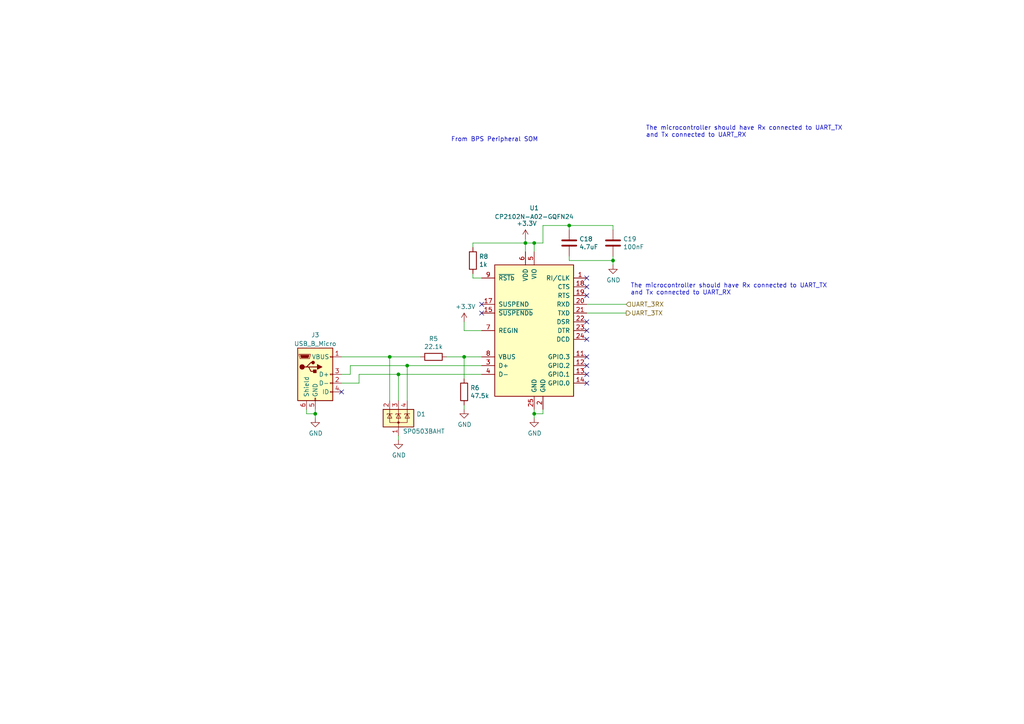
<source format=kicad_sch>
(kicad_sch (version 20230121) (generator eeschema)
  (paper "A4")
  (lib_symbols
    (symbol "Dash2-rescue:SP0503BAHT-Power_Protection" (pin_names hide)
      (property "Reference" "D" (at 5.715 2.54 0))
      (property "Value" "SP0503BAHT-Power_Protection" (at 5.715 0.635 0))
      (symbol "SP0503BAHT-Power_Protection_0_0"
        (pin passive line (at 0 -5.08 90) (length 2.54) (name "A") (number "1"))
      )
      (symbol "SP0503BAHT-Power_Protection_0_1"
        (rectangle (start -4.445 2.54) (end 4.445 -2.54) (stroke (width 0.254)) (fill (type background)))
        (circle (center 0 -1.27) (radius 0.254) (fill (type outline)))
        (polyline (pts (xy -2.54 2.54) (xy -2.54 1.27)))
        (polyline (pts (xy 0 -1.27) (xy 0 -2.54)))
        (polyline (pts (xy 0 -1.27) (xy 0 1.27)))
        (polyline (pts (xy 0 2.54) (xy 0 1.27)))
        (polyline (pts (xy 0.635 1.27) (xy 0.762 1.27)))
        (polyline (pts (xy 2.54 2.54) (xy 2.54 1.27)))
        (polyline (pts (xy 0.635 1.27) (xy -0.762 1.27) (xy -0.762 1.016)))
        (polyline (pts (xy -3.302 1.016) (xy -3.302 1.27) (xy -1.905 1.27) (xy -1.778 1.27)))
        (polyline (pts (xy -2.54 1.27) (xy -2.54 -1.27) (xy 2.54 -1.27) (xy 2.54 1.27)))
        (polyline (pts (xy -2.54 1.27) (xy -1.905 0) (xy -3.175 0) (xy -2.54 1.27)))
        (polyline (pts (xy 0.635 0) (xy -0.635 0) (xy 0 1.27) (xy 0.635 0)))
        (polyline (pts (xy 1.778 1.016) (xy 1.778 1.27) (xy 3.175 1.27) (xy 3.302 1.27)))
        (polyline (pts (xy 2.54 1.27) (xy 1.905 0) (xy 3.175 0) (xy 2.54 1.27)))
      )
      (symbol "SP0503BAHT-Power_Protection_1_1"
        (pin passive line (at -2.54 5.08 270) (length 2.54) (name "K") (number "2"))
        (pin passive line (at 0 5.08 270) (length 2.54) (name "K") (number "3"))
        (pin passive line (at 2.54 5.08 270) (length 2.54) (name "K") (number "4"))
      )
    )
    (symbol "Dashboard-rescue:USB_B_Micro-Connector" (pin_names (offset 1.016))
      (property "Reference" "J" (at -5.08 11.43 0))
      (property "Value" "USB_B_Micro-Connector" (at -5.08 8.89 0))
      (symbol "USB_B_Micro-Connector_0_1"
        (rectangle (start -5.08 -7.62) (end 5.08 7.62) (stroke (width 0.254)) (fill (type background)))
        (circle (center -3.81 2.159) (radius 0.635) (stroke (width 0.254)) (fill (type outline)))
        (circle (center -0.635 3.429) (radius 0.381) (stroke (width 0.254)) (fill (type outline)))
        (rectangle (start -0.127 -7.62) (end 0.127 -6.858))
        (polyline (pts (xy -1.905 2.159) (xy 0.635 2.159)) (stroke (width 0.254)))
        (polyline (pts (xy -3.175 2.159) (xy -2.54 2.159) (xy -1.27 3.429) (xy -0.635 3.429)) (stroke (width 0.254)))
        (polyline (pts (xy -2.54 2.159) (xy -1.905 2.159) (xy -1.27 0.889) (xy 0 0.889)) (stroke (width 0.254)))
        (polyline (pts (xy 0.635 2.794) (xy 0.635 1.524) (xy 1.905 2.159) (xy 0.635 2.794)) (stroke (width 0.254)) (fill (type outline)))
        (polyline (pts (xy -4.318 5.588) (xy -1.778 5.588) (xy -2.032 4.826) (xy -4.064 4.826) (xy -4.318 5.588)) (fill (type outline)))
        (polyline (pts (xy -4.699 5.842) (xy -4.699 5.588) (xy -4.445 4.826) (xy -4.445 4.572) (xy -1.651 4.572) (xy -1.651 4.826) (xy -1.397 5.588) (xy -1.397 5.842) (xy -4.699 5.842)))
        (rectangle (start 0.254 1.27) (end -0.508 0.508) (stroke (width 0.254)) (fill (type outline)))
        (rectangle (start 5.08 -5.207) (end 4.318 -4.953))
        (rectangle (start 5.08 -2.667) (end 4.318 -2.413))
        (rectangle (start 5.08 -0.127) (end 4.318 0.127))
        (rectangle (start 5.08 4.953) (end 4.318 5.207))
      )
      (symbol "USB_B_Micro-Connector_1_1"
        (pin power_out line (at 7.62 5.08 180) (length 2.54) (name "VBUS") (number "1"))
        (pin passive line (at 7.62 -2.54 180) (length 2.54) (name "D-") (number "2"))
        (pin passive line (at 7.62 0 180) (length 2.54) (name "D+") (number "3"))
        (pin passive line (at 7.62 -5.08 180) (length 2.54) (name "ID") (number "4"))
        (pin power_out line (at 0 -10.16 90) (length 2.54) (name "GND") (number "5"))
        (pin passive line (at -2.54 -10.16 90) (length 2.54) (name "Shield") (number "6"))
      )
    )
    (symbol "Device:C" (pin_numbers hide) (pin_names (offset 0.254))
      (property "Reference" "C" (at 0.635 2.54 0))
      (property "Value" "C" (at 0.635 -2.54 0))
      (symbol "C_0_1"
        (polyline (pts (xy -2.032 -0.762) (xy 2.032 -0.762)) (stroke (width 0.508)))
        (polyline (pts (xy -2.032 0.762) (xy 2.032 0.762)) (stroke (width 0.508)))
      )
      (symbol "C_1_1"
        (pin passive line (at 0 3.81 270) (length 2.794) (name "~") (number "1"))
        (pin passive line (at 0 -3.81 90) (length 2.794) (name "~") (number "2"))
      )
    )
    (symbol "Device:R" (pin_numbers hide) (pin_names (offset 0))
      (property "Reference" "R" (at 2.032 0 90))
      (property "Value" "R" (at 0 0 90))
      (symbol "R_0_1"
        (rectangle (start -1.016 -2.54) (end 1.016 2.54) (stroke (width 0.254)))
      )
      (symbol "R_1_1"
        (pin passive line (at 0 3.81 270) (length 1.27) (name "~") (number "1"))
        (pin passive line (at 0 -3.81 90) (length 1.27) (name "~") (number "2"))
      )
    )
    (symbol "Interface_USB:CP2102N-A01-GQFN24" (pin_names (offset 1.016))
      (property "Reference" "U" (at -5.08 22.225 0))
      (property "Value" "Interface_USB_CP2102N-A01-GQFN24" (at -5.08 20.32 0))
      (symbol "CP2102N-A01-GQFN24_0_1"
        (rectangle (start -11.43 19.05) (end 11.43 -19.05) (stroke (width 0.254)) (fill (type background)))
      )
      (symbol "CP2102N-A01-GQFN24_1_1"
        (pin bidirectional line (at 15.24 15.24 180) (length 3.81) (name "RI/CLK") (number "1"))
        (pin no_connect line (at 10.16 -22.86 90) (length 3.81) hide (name "NC") (number "10"))
        (pin bidirectional line (at 15.24 -7.62 180) (length 3.81) (name "GPIO.3") (number "11"))
        (pin bidirectional line (at 15.24 -10.16 180) (length 3.81) (name "GPIO.2") (number "12"))
        (pin bidirectional line (at 15.24 -12.7 180) (length 3.81) (name "GPIO.1") (number "13"))
        (pin bidirectional line (at 15.24 -15.24 180) (length 3.81) (name "GPIO.0") (number "14"))
        (pin output line (at -15.24 5.08 0) (length 3.81) (name "~{SUSPENDb}") (number "15"))
        (pin no_connect line (at 7.62 -22.86 90) (length 3.81) hide (name "NC") (number "16"))
        (pin output line (at -15.24 7.62 0) (length 3.81) (name "SUSPEND") (number "17"))
        (pin input line (at 15.24 12.7 180) (length 3.81) (name "CTS") (number "18"))
        (pin output line (at 15.24 10.16 180) (length 3.81) (name "RTS") (number "19"))
        (pin power_in line (at 2.54 -22.86 90) (length 3.81) (name "GND") (number "2"))
        (pin input line (at 15.24 7.62 180) (length 3.81) (name "RXD") (number "20"))
        (pin output line (at 15.24 5.08 180) (length 3.81) (name "TXD") (number "21"))
        (pin input line (at 15.24 2.54 180) (length 3.81) (name "DSR") (number "22"))
        (pin output line (at 15.24 0 180) (length 3.81) (name "DTR") (number "23"))
        (pin input line (at 15.24 -2.54 180) (length 3.81) (name "DCD") (number "24"))
        (pin power_in line (at 0 -22.86 90) (length 3.81) (name "GND") (number "25"))
        (pin bidirectional line (at -15.24 -10.16 0) (length 3.81) (name "D+") (number "3"))
        (pin bidirectional line (at -15.24 -12.7 0) (length 3.81) (name "D-") (number "4"))
        (pin power_in line (at 0 22.86 270) (length 3.81) (name "VIO") (number "5"))
        (pin power_in line (at -2.54 22.86 270) (length 3.81) (name "VDD") (number "6"))
        (pin power_in line (at -15.24 0 0) (length 3.81) (name "REGIN") (number "7"))
        (pin input line (at -15.24 -7.62 0) (length 3.81) (name "VBUS") (number "8"))
        (pin input line (at -15.24 15.24 0) (length 3.81) (name "~{RSTb}") (number "9"))
      )
    )
    (symbol "power:+3.3V" (power) (pin_names (offset 0))
      (property "Value" "+3.3V" (at 0 3.556 0))
      (symbol "+3.3V_0_1"
        (polyline (pts (xy -0.762 1.27) (xy 0 2.54)))
        (polyline (pts (xy 0 0) (xy 0 2.54)))
        (polyline (pts (xy 0 2.54) (xy 0.762 1.27)))
      )
      (symbol "+3.3V_1_1"
        (pin power_in line (at 0 0 90) (length 0) hide (name "+3.3V") (number "1"))
      )
    )
    (symbol "power:GND" (power) (pin_names (offset 0))
      (property "Value" "GND" (at 0 -3.81 0))
      (symbol "GND_0_1"
        (polyline (pts (xy 0 0) (xy 0 -1.27) (xy 1.27 -1.27) (xy 0 -2.54) (xy -1.27 -1.27) (xy 0 -1.27)))
      )
      (symbol "GND_1_1"
        (pin power_in line (at 0 0 270) (length 0) hide (name "GND") (number "1"))
      )
    )
  )
  (junction (at 154.94 120.015))
  (junction (at 115.57 108.585))
  (junction (at 113.03 103.505))
  (junction (at 134.62 103.505))
  (junction (at 118.11 106.045))
  (junction (at 152.4 70.485))
  (junction (at 91.44 120.015))
  (junction (at 154.94 70.485))
  (junction (at 165.1 65.405))
  (junction (at 177.8 75.565))
  (no_connect (at 170.18 108.585))
  (no_connect (at 170.18 85.725))
  (no_connect (at 170.18 103.505))
  (no_connect (at 170.18 93.345))
  (no_connect (at 170.18 83.185))
  (no_connect (at 170.18 80.645))
  (no_connect (at 139.7 90.805))
  (no_connect (at 170.18 98.425))
  (no_connect (at 139.7 88.265))
  (no_connect (at 170.18 106.045))
  (no_connect (at 99.06 113.665))
  (no_connect (at 170.18 95.885))
  (no_connect (at 170.18 111.125))
  (wire (pts (xy 88.9 118.745) (xy 88.9 120.015)))
  (wire (pts (xy 134.62 103.505) (xy 139.7 103.505)))
  (wire (pts (xy 154.94 70.485) (xy 154.94 73.025)))
  (wire (pts (xy 154.94 120.015) (xy 154.94 121.285)))
  (wire (pts (xy 154.94 118.745) (xy 154.94 120.015)))
  (wire (pts (xy 154.94 120.015) (xy 157.48 120.015)))
  (wire (pts (xy 152.4 70.485) (xy 154.94 70.485)))
  (wire (pts (xy 177.8 76.835) (xy 177.8 75.565)))
  (wire (pts (xy 101.6 108.585) (xy 99.06 108.585)))
  (wire (pts (xy 104.14 111.125) (xy 104.14 108.585)))
  (wire (pts (xy 134.62 95.885) (xy 139.7 95.885)))
  (wire (pts (xy 91.44 120.015) (xy 91.44 118.745)))
  (wire (pts (xy 165.1 65.405) (xy 157.48 65.405)))
  (wire (pts (xy 134.62 93.345) (xy 134.62 95.885)))
  (wire (pts (xy 121.92 103.505) (xy 113.03 103.505)))
  (wire (pts (xy 134.62 109.855) (xy 134.62 103.505)))
  (wire (pts (xy 165.1 75.565) (xy 165.1 74.295)))
  (wire (pts (xy 115.57 108.585) (xy 139.7 108.585)))
  (wire (pts (xy 170.18 90.805) (xy 181.61 90.805)))
  (wire (pts (xy 157.48 120.015) (xy 157.48 118.745)))
  (wire (pts (xy 104.14 108.585) (xy 115.57 108.585)))
  (wire (pts (xy 137.16 79.375) (xy 137.16 80.645)))
  (wire (pts (xy 157.48 70.485) (xy 154.94 70.485)))
  (wire (pts (xy 99.06 103.505) (xy 113.03 103.505)))
  (wire (pts (xy 113.03 116.205) (xy 113.03 103.505)))
  (wire (pts (xy 101.6 106.045) (xy 118.11 106.045)))
  (wire (pts (xy 152.4 70.485) (xy 152.4 73.025)))
  (wire (pts (xy 177.8 75.565) (xy 177.8 74.295)))
  (wire (pts (xy 170.18 88.265) (xy 181.61 88.265)))
  (wire (pts (xy 157.48 65.405) (xy 157.48 70.485)))
  (wire (pts (xy 165.1 75.565) (xy 177.8 75.565)))
  (wire (pts (xy 129.54 103.505) (xy 134.62 103.505)))
  (wire (pts (xy 115.57 116.205) (xy 115.57 108.585)))
  (wire (pts (xy 91.44 120.015) (xy 91.44 121.285)))
  (wire (pts (xy 88.9 120.015) (xy 91.44 120.015)))
  (wire (pts (xy 118.11 116.205) (xy 118.11 106.045)))
  (wire (pts (xy 99.06 111.125) (xy 104.14 111.125)))
  (wire (pts (xy 115.57 127.635) (xy 115.57 126.365)))
  (wire (pts (xy 137.16 70.485) (xy 152.4 70.485)))
  (wire (pts (xy 118.11 106.045) (xy 139.7 106.045)))
  (wire (pts (xy 101.6 106.045) (xy 101.6 108.585)))
  (wire (pts (xy 137.16 80.645) (xy 139.7 80.645)))
  (wire (pts (xy 152.4 69.215) (xy 152.4 70.485)))
  (wire (pts (xy 177.8 66.675) (xy 177.8 65.405)))
  (wire (pts (xy 177.8 65.405) (xy 165.1 65.405)))
  (wire (pts (xy 134.62 118.745) (xy 134.62 117.475)))
  (wire (pts (xy 165.1 66.675) (xy 165.1 65.405)))
  (wire (pts (xy 137.16 70.485) (xy 137.16 71.755)))
  (text "From BPS Peripheral SOM\n" (at 130.81 41.275 0) (effects (font (size 1.27 1.27)) (justify left bottom)))
  (text "The microcontroller should have Rx connected to UART_TX\nand Tx connected to UART_RX" (at 187.325 40.005 0) (effects (font (size 1.27 1.27)) (justify left bottom)))
  (text "The microcontroller should have Rx connected to UART_TX\nand Tx connected to UART_RX" (at 182.88 85.725 0) (effects (font (size 1.27 1.27)) (justify left bottom)))
  (hierarchical_label "UART_3TX" (shape output) (at 181.61 90.805 0))
  (hierarchical_label "UART_3RX" (shape input) (at 181.61 88.265 0))
  (symbol (lib_id "power:GND") (at 91.44 121.285 0) (unit 1)
    (property "Reference" "#PWR011" (effects hide))
    (property "Value" "GND" (at 91.567 125.6792 0))
    (instances (project "LeaderSOM" (path "" (reference "#PWR011") (unit 1))) (project "Dashboard" (path "" (reference "#PWR0101") (unit 1))) (project "BPS-PeripheralSOM" (path "" (reference "#PWR04") (unit 1))))
  )
  (symbol (lib_id "Dashboard-rescue:USB_B_Micro-Connector") (at 91.44 108.585 0) (unit 1)
    (property "Reference" "J3" (at 91.44 97.155 0))
    (property "Value" "USB_B_Micro" (at 91.44 99.695 0))
    (property "Footprint" "Connector_USB:USB_Micro-B_Molex-105017-0001" (effects hide))
    (property "Datasheet" "https://www.mouser.com/datasheet/2/276/1/1050170001_IO_CONNECTORS-230168.pdf" (effects hide))
    (property "P/N" "105017-1001" (effects hide))
    (property "Mouser Part Number" " 538-105017-1001 " (effects hide))
    (instances (project "LeaderSOM" (path "" (reference "J3") (unit 1))) (project "Dashboard" (path "" (reference "J23") (unit 1))) (project "BPS-PeripheralSOM" (path "" (reference "J3") (unit 1))))
  )
  (symbol (lib_id "Device:C") (at 177.8 70.485 0) (unit 1)
    (property "Reference" "C19" (at 180.721 69.3166 0) (effects (justify left)))
    (property "Value" "100nF" (at 180.721 71.628 0) (effects (justify left)))
    (property "Footprint" "Capacitor_SMD:C_0805_2012Metric" (effects hide))
    (property "Datasheet" "https://www.mouser.com/datasheet/2/212/KEM_C1002_X7R_SMD-1102033.pdf" (effects hide))
    (property "Mouser Part Number" "80-C0805C104M5R" (effects hide))
    (property "P/N" "C0805C104M5RACTU" (effects hide))
    (instances (project "LeaderSOM" (path "" (reference "C19") (unit 1))) (project "Dashboard" (path "" (reference "C42") (unit 1))) (project "BPS-PeripheralSOM" (path "" (reference "C10") (unit 1))))
  )
  (symbol (lib_id "Device:R") (at 134.62 113.665 0) (unit 1)
    (property "Reference" "R6" (at 136.398 112.4966 0) (effects (justify left)))
    (property "Value" "47.5k" (at 136.398 114.808 0) (effects (justify left)))
    (property "Footprint" "Resistor_SMD:R_0805_2012Metric" (effects hide))
    (property "Datasheet" "https://www.vishay.com/docs/20035/dcrcwe3.pdf" (effects hide))
    (property "Mouser Part Number" "71-CRCW0805-47.5K-E3" (effects hide))
    (property "P/N" "CRCW080547K5FKEA" (effects hide))
    (instances (project "LeaderSOM" (path "" (reference "R6") (unit 1))) (project "Dashboard" (path "" (reference "R37") (unit 1))) (project "BPS-PeripheralSOM" (path "" (reference "R4") (unit 1))))
  )
  (symbol (lib_id "Device:R") (at 137.16 75.565 0) (unit 1)
    (property "Reference" "R8" (at 138.938 74.3966 0) (effects (justify left)))
    (property "Value" "1k" (at 138.938 76.708 0) (effects (justify left)))
    (property "Footprint" "Resistor_SMD:R_0805_2012Metric" (effects hide))
    (property "Datasheet" "https://www.vishay.com/docs/28773/crcwce3.pdf" (effects hide))
    (property "Mouser Part Number" "71-CRCW08051K00FKEAC" (effects hide))
    (property "P/N" "CRCW08051K00FKEAC" (effects hide))
    (instances (project "LeaderSOM" (path "" (reference "R8") (unit 1))) (project "Dashboard" (path "" (reference "R38") (unit 1))) (project "BPS-PeripheralSOM" (path "" (reference "R5") (unit 1))))
  )
  (symbol (lib_id "power:+3.3V") (at 152.4 69.215 0) (unit 1)
    (property "Reference" "#PWR030" (effects hide))
    (property "Value" "+3.3V" (at 152.781 64.8208 0))
    (instances (project "LeaderSOM" (path "" (reference "#PWR030") (unit 1))) (project "Dashboard" (path "" (reference "#PWR0105") (unit 1))) (project "BPS-PeripheralSOM" (path "" (reference "#PWR08") (unit 1))))
  )
  (symbol (lib_id "power:GND") (at 177.8 76.835 0) (unit 1)
    (property "Reference" "#PWR032" (effects hide))
    (property "Value" "GND" (at 177.927 81.2292 0))
    (instances (project "LeaderSOM" (path "" (reference "#PWR032") (unit 1))) (project "Dashboard" (path "" (reference "#PWR0107") (unit 1))) (project "BPS-PeripheralSOM" (path "" (reference "#PWR010") (unit 1))))
  )
  (symbol (lib_id "Device:R") (at 125.73 103.505 270) (unit 1)
    (property "Reference" "R5" (at 125.73 98.2472 90))
    (property "Value" "22.1k" (at 125.73 100.5586 90))
    (property "Footprint" "Resistor_SMD:R_0805_2012Metric" (effects hide))
    (property "Datasheet" "https://www.vishay.com/docs/20035/dcrcwe3.pdf" (effects hide))
    (property "Mouser Part Number" "71-CRCW0805-22.1K-E3" (effects hide))
    (property "P/N" "CRCW080522K1FKEA" (effects hide))
    (instances (project "LeaderSOM" (path "" (reference "R5") (unit 1))) (project "Dashboard" (path "" (reference "R36") (unit 1))) (project "BPS-PeripheralSOM" (path "" (reference "R3") (unit 1))))
  )
  (symbol (lib_id "power:GND") (at 154.94 121.285 0) (unit 1)
    (property "Reference" "#PWR031" (effects hide))
    (property "Value" "GND" (at 155.067 125.6792 0))
    (instances (project "LeaderSOM" (path "" (reference "#PWR031") (unit 1))) (project "Dashboard" (path "" (reference "#PWR0106") (unit 1))) (project "BPS-PeripheralSOM" (path "" (reference "#PWR09") (unit 1))))
  )
  (symbol (lib_id "Device:C") (at 165.1 70.485 0) (unit 1)
    (property "Reference" "C18" (at 168.021 69.3166 0) (effects (justify left)))
    (property "Value" "4.7uF" (at 168.021 71.628 0) (effects (justify left)))
    (property "Footprint" "Capacitor_SMD:C_0805_2012Metric" (effects hide))
    (property "Datasheet" "https://www.mouser.com/ProductDetail/Murata-Electronics/GRM219R6YA475KA73D?qs=eeBpzGFlv%252B%252Bho6epIC%2FPCA%3D%3D" (effects hide))
    (property "Mouser Part Number" "81-GRM219R6YA475KA3D" (effects hide))
    (property "P/N" "GRM219R6YA475KA73D" (effects hide))
    (instances (project "LeaderSOM" (path "" (reference "C18") (unit 1))) (project "Dashboard" (path "" (reference "C41") (unit 1))) (project "BPS-PeripheralSOM" (path "" (reference "C9") (unit 1))))
  )
  (symbol (lib_id "Dash2-rescue:SP0503BAHT-Power_Protection") (at 115.57 121.285 0) (unit 1)
    (property "Reference" "D1" (at 120.777 120.1166 0) (effects (justify left)))
    (property "Value" "SP0503BAHT" (at 116.84 125.095 0) (effects (justify left)))
    (property "Footprint" "Package_TO_SOT_SMD:SOT-143" (effects hide))
    (property "Datasheet" "http://www.littelfuse.com/~/media/files/littelfuse/technical%20resources/documents/data%20sheets/sp05xxba.pdf" (effects hide))
    (property "Mouser Part Number" "576-SP0503BAHTG " (effects hide))
    (property "P/N" "SP0503BAHTG" (effects hide))
    (instances (project "LeaderSOM" (path "" (reference "D1") (unit 1))) (project "Dashboard" (path "" (reference "D15") (unit 1))) (project "BPS-PeripheralSOM" (path "" (reference "D1") (unit 1))))
  )
  (symbol (lib_id "power:+3.3V") (at 134.62 93.345 0) (unit 1)
    (property "Reference" "#PWR014" (effects hide))
    (property "Value" "+3.3V" (at 135.001 88.9508 0))
    (instances (project "LeaderSOM" (path "" (reference "#PWR014") (unit 1))) (project "Dashboard" (path "" (reference "#PWR0103") (unit 1))) (project "BPS-PeripheralSOM" (path "" (reference "#PWR06") (unit 1))))
  )
  (symbol (lib_id "power:GND") (at 115.57 127.635 0) (unit 1)
    (property "Reference" "#PWR012" (effects hide))
    (property "Value" "GND" (at 115.697 132.0292 0))
    (instances (project "LeaderSOM" (path "" (reference "#PWR012") (unit 1))) (project "Dashboard" (path "" (reference "#PWR0102") (unit 1))) (project "BPS-PeripheralSOM" (path "" (reference "#PWR05") (unit 1))))
  )
  (symbol (lib_id "power:GND") (at 134.62 118.745 0) (unit 1)
    (property "Reference" "#PWR029" (effects hide))
    (property "Value" "GND" (at 134.747 123.1392 0))
    (instances (project "LeaderSOM" (path "" (reference "#PWR029") (unit 1))) (project "Dashboard" (path "" (reference "#PWR0104") (unit 1))) (project "BPS-PeripheralSOM" (path "" (reference "#PWR07") (unit 1))))
  )
  (symbol (lib_id "Interface_USB:CP2102N-A01-GQFN24") (at 154.94 95.885 0) (unit 1)
    (property "Reference" "U1" (at 154.94 60.325 0))
    (property "Value" "CP2102N-A02-GQFN24" (at 154.94 62.865 0))
    (property "Footprint" "Package_DFN_QFN:QFN-24-1EP_4x4mm_P0.5mm_EP2.6x2.6mm" (effects hide))
    (property "Datasheet" "http://www.silabs.com/support%20documents/technicaldocs/cp2102n-datasheet.pdf" (effects hide))
    (property "Mouser Part Number" "634-CP2102NA02GQFN24" (effects hide))
    (property "P/N" "CP2102N-A02-GQFN24" (effects hide))
    (instances (project "LeaderSOM" (path "" (reference "U1") (unit 1))) (project "Dashboard" (path "" (reference "U19") (unit 1))) (project "BPS-PeripheralSOM" (path "" (reference "U4") (unit 1))))
  )
)
</source>
